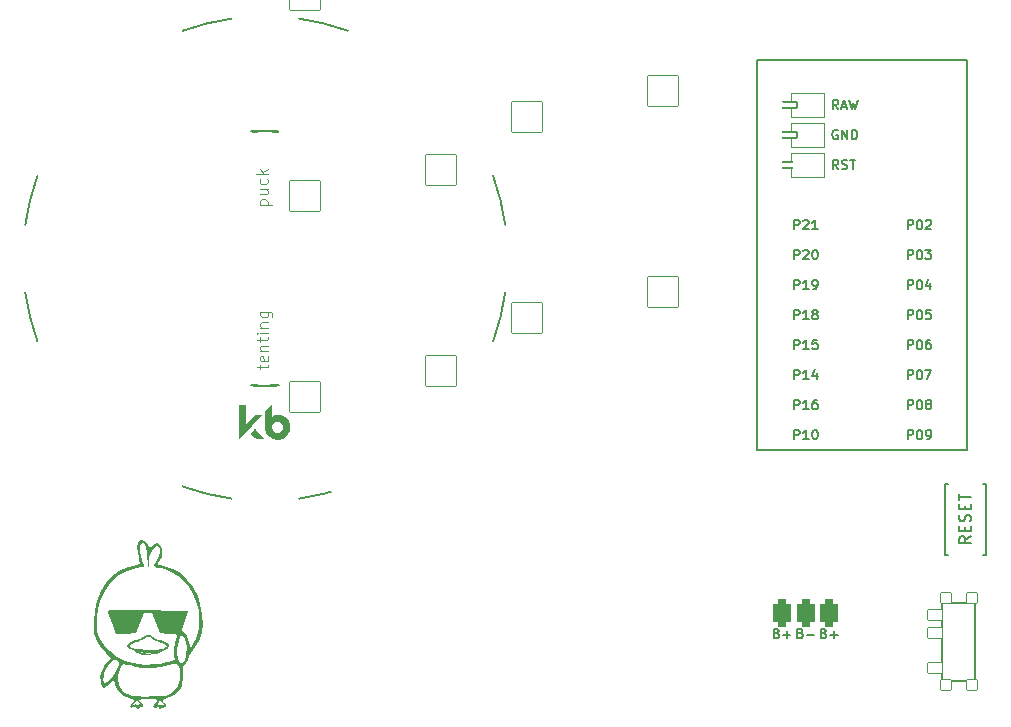
<source format=gto>
%TF.GenerationSoftware,KiCad,Pcbnew,(6.0.4)*%
%TF.CreationDate,2022-05-15T06:43:47+02:00*%
%TF.ProjectId,battoota,62617474-6f6f-4746-912e-6b696361645f,v1.0.0*%
%TF.SameCoordinates,Original*%
%TF.FileFunction,Legend,Top*%
%TF.FilePolarity,Positive*%
%FSLAX46Y46*%
G04 Gerber Fmt 4.6, Leading zero omitted, Abs format (unit mm)*
G04 Created by KiCad (PCBNEW (6.0.4)) date 2022-05-15 06:43:47*
%MOMM*%
%LPD*%
G01*
G04 APERTURE LIST*
G04 Aperture macros list*
%AMRoundRect*
0 Rectangle with rounded corners*
0 $1 Rounding radius*
0 $2 $3 $4 $5 $6 $7 $8 $9 X,Y pos of 4 corners*
0 Add a 4 corners polygon primitive as box body*
4,1,4,$2,$3,$4,$5,$6,$7,$8,$9,$2,$3,0*
0 Add four circle primitives for the rounded corners*
1,1,$1+$1,$2,$3*
1,1,$1+$1,$4,$5*
1,1,$1+$1,$6,$7*
1,1,$1+$1,$8,$9*
0 Add four rect primitives between the rounded corners*
20,1,$1+$1,$2,$3,$4,$5,0*
20,1,$1+$1,$4,$5,$6,$7,0*
20,1,$1+$1,$6,$7,$8,$9,0*
20,1,$1+$1,$8,$9,$2,$3,0*%
%AMFreePoly0*
4,1,16,0.535355,0.785355,0.550000,0.750000,0.550000,-0.750000,0.535355,-0.785355,0.500000,-0.800000,-0.650000,-0.800000,-0.685355,-0.785355,-0.700000,-0.750000,-0.691603,-0.722265,-0.210093,0.000000,-0.691603,0.722265,-0.699029,0.759806,-0.677735,0.791603,-0.650000,0.800000,0.500000,0.800000,0.535355,0.785355,0.535355,0.785355,$1*%
%AMFreePoly1*
4,1,16,0.535355,0.785355,0.541603,0.777735,1.041603,0.027735,1.049029,-0.009806,1.041603,-0.027735,0.541603,-0.777735,0.509806,-0.799029,0.500000,-0.800000,-0.500000,-0.800000,-0.535355,-0.785355,-0.550000,-0.750000,-0.550000,0.750000,-0.535355,0.785355,-0.500000,0.800000,0.500000,0.800000,0.535355,0.785355,0.535355,0.785355,$1*%
G04 Aperture macros list end*
%ADD10C,0.150000*%
%ADD11C,0.100000*%
%ADD12C,0.120000*%
%ADD13C,0.200000*%
%ADD14C,0.010000*%
%ADD15RoundRect,0.375000X-0.375000X-0.750000X0.375000X-0.750000X0.375000X0.750000X-0.375000X0.750000X0*%
%ADD16C,2.000000*%
%ADD17C,1.752600*%
%ADD18RoundRect,0.050000X-0.450000X0.450000X-0.450000X-0.450000X0.450000X-0.450000X0.450000X0.450000X0*%
%ADD19RoundRect,0.050000X-0.625000X0.450000X-0.625000X-0.450000X0.625000X-0.450000X0.625000X0.450000X0*%
%ADD20RoundRect,0.425000X-0.375000X-0.750000X0.375000X-0.750000X0.375000X0.750000X-0.375000X0.750000X0*%
%ADD21C,2.100000*%
%ADD22C,3.100000*%
%ADD23C,1.801800*%
%ADD24C,3.529000*%
%ADD25RoundRect,0.050000X-1.054507X-1.505993X1.505993X-1.054507X1.054507X1.505993X-1.505993X1.054507X0*%
%ADD26C,2.132000*%
%ADD27RoundRect,0.050000X-1.181751X-1.408356X1.408356X-1.181751X1.181751X1.408356X-1.408356X1.181751X0*%
%ADD28RoundRect,0.050000X-1.300000X-1.300000X1.300000X-1.300000X1.300000X1.300000X-1.300000X1.300000X0*%
%ADD29RoundRect,0.050000X-1.775833X-0.475833X0.475833X-1.775833X1.775833X0.475833X-0.475833X1.775833X0*%
%ADD30C,1.100000*%
%ADD31RoundRect,0.050000X-0.863113X-1.623279X1.623279X-0.863113X0.863113X1.623279X-1.623279X0.863113X0*%
%ADD32RoundRect,0.050000X-1.592168X-0.919239X0.919239X-1.592168X1.592168X0.919239X-0.919239X1.592168X0*%
%ADD33C,1.852600*%
%ADD34FreePoly0,180.000000*%
%ADD35RoundRect,0.050000X-0.762000X0.250000X-0.762000X-0.250000X0.762000X-0.250000X0.762000X0.250000X0*%
%ADD36FreePoly1,180.000000*%
%ADD37C,4.500000*%
G04 APERTURE END LIST*
D10*
%TO.C,PAD1*%
X149107300Y56420824D02*
X149221586Y56382729D01*
X149259681Y56344634D01*
X149297776Y56268443D01*
X149297776Y56154158D01*
X149259681Y56077967D01*
X149221586Y56039872D01*
X149145396Y56001777D01*
X148840634Y56001777D01*
X148840634Y56801777D01*
X149107300Y56801777D01*
X149183491Y56763682D01*
X149221586Y56725586D01*
X149259681Y56649396D01*
X149259681Y56573205D01*
X149221586Y56497015D01*
X149183491Y56458920D01*
X149107300Y56420824D01*
X148840634Y56420824D01*
X149640634Y56306539D02*
X150250157Y56306539D01*
X147107300Y56420824D02*
X147221586Y56382729D01*
X147259681Y56344634D01*
X147297776Y56268443D01*
X147297776Y56154158D01*
X147259681Y56077967D01*
X147221586Y56039872D01*
X147145396Y56001777D01*
X146840634Y56001777D01*
X146840634Y56801777D01*
X147107300Y56801777D01*
X147183491Y56763682D01*
X147221586Y56725586D01*
X147259681Y56649396D01*
X147259681Y56573205D01*
X147221586Y56497015D01*
X147183491Y56458920D01*
X147107300Y56420824D01*
X146840634Y56420824D01*
X147640634Y56306539D02*
X148250157Y56306539D01*
X147945396Y56001777D02*
X147945396Y56611301D01*
X151107300Y56420824D02*
X151221586Y56382729D01*
X151259681Y56344634D01*
X151297776Y56268443D01*
X151297776Y56154158D01*
X151259681Y56077967D01*
X151221586Y56039872D01*
X151145396Y56001777D01*
X150840634Y56001777D01*
X150840634Y56801777D01*
X151107300Y56801777D01*
X151183491Y56763682D01*
X151221586Y56725586D01*
X151259681Y56649396D01*
X151259681Y56573205D01*
X151221586Y56497015D01*
X151183491Y56458920D01*
X151107300Y56420824D01*
X150840634Y56420824D01*
X151640634Y56306539D02*
X152250157Y56306539D01*
X151945396Y56001777D02*
X151945396Y56611301D01*
%TO.C,B1*%
X163540852Y64617654D02*
X163064662Y64284320D01*
X163540852Y64046225D02*
X162540852Y64046225D01*
X162540852Y64427177D01*
X162588472Y64522415D01*
X162636091Y64570035D01*
X162731329Y64617654D01*
X162874186Y64617654D01*
X162969424Y64570035D01*
X163017043Y64522415D01*
X163064662Y64427177D01*
X163064662Y64046225D01*
X163017043Y65046225D02*
X163017043Y65379558D01*
X163540852Y65522415D02*
X163540852Y65046225D01*
X162540852Y65046225D01*
X162540852Y65522415D01*
X163493233Y65903368D02*
X163540852Y66046225D01*
X163540852Y66284320D01*
X163493233Y66379558D01*
X163445614Y66427177D01*
X163350376Y66474796D01*
X163255138Y66474796D01*
X163159900Y66427177D01*
X163112281Y66379558D01*
X163064662Y66284320D01*
X163017043Y66093844D01*
X162969424Y65998606D01*
X162921805Y65950987D01*
X162826567Y65903368D01*
X162731329Y65903368D01*
X162636091Y65950987D01*
X162588472Y65998606D01*
X162540852Y66093844D01*
X162540852Y66331939D01*
X162588472Y66474796D01*
X163017043Y66903368D02*
X163017043Y67236701D01*
X163540852Y67379558D02*
X163540852Y66903368D01*
X162540852Y66903368D01*
X162540852Y67379558D01*
X162540852Y67665273D02*
X162540852Y68236701D01*
X163540852Y67950987D02*
X162540852Y67950987D01*
%TO.C,MCU1*%
X158185784Y75380637D02*
X158185784Y76180637D01*
X158490546Y76180637D01*
X158566736Y76142542D01*
X158604832Y76104446D01*
X158642927Y76028256D01*
X158642927Y75913970D01*
X158604832Y75837780D01*
X158566736Y75799684D01*
X158490546Y75761589D01*
X158185784Y75761589D01*
X159138165Y76180637D02*
X159214355Y76180637D01*
X159290546Y76142542D01*
X159328641Y76104446D01*
X159366736Y76028256D01*
X159404832Y75875875D01*
X159404832Y75685399D01*
X159366736Y75533018D01*
X159328641Y75456827D01*
X159290546Y75418732D01*
X159214355Y75380637D01*
X159138165Y75380637D01*
X159061974Y75418732D01*
X159023879Y75456827D01*
X158985784Y75533018D01*
X158947689Y75685399D01*
X158947689Y75875875D01*
X158985784Y76028256D01*
X159023879Y76104446D01*
X159061974Y76142542D01*
X159138165Y76180637D01*
X159861974Y75837780D02*
X159785784Y75875875D01*
X159747689Y75913970D01*
X159709593Y75990161D01*
X159709593Y76028256D01*
X159747689Y76104446D01*
X159785784Y76142542D01*
X159861974Y76180637D01*
X160014355Y76180637D01*
X160090546Y76142542D01*
X160128641Y76104446D01*
X160166736Y76028256D01*
X160166736Y75990161D01*
X160128641Y75913970D01*
X160090546Y75875875D01*
X160014355Y75837780D01*
X159861974Y75837780D01*
X159785784Y75799684D01*
X159747689Y75761589D01*
X159709593Y75685399D01*
X159709593Y75533018D01*
X159747689Y75456827D01*
X159785784Y75418732D01*
X159861974Y75380637D01*
X160014355Y75380637D01*
X160090546Y75418732D01*
X160128641Y75456827D01*
X160166736Y75533018D01*
X160166736Y75685399D01*
X160128641Y75761589D01*
X160090546Y75799684D01*
X160014355Y75837780D01*
X148585784Y90620637D02*
X148585784Y91420637D01*
X148890546Y91420637D01*
X148966736Y91382542D01*
X149004832Y91344446D01*
X149042927Y91268256D01*
X149042927Y91153970D01*
X149004832Y91077780D01*
X148966736Y91039684D01*
X148890546Y91001589D01*
X148585784Y91001589D01*
X149347689Y91344446D02*
X149385784Y91382542D01*
X149461974Y91420637D01*
X149652451Y91420637D01*
X149728641Y91382542D01*
X149766736Y91344446D01*
X149804832Y91268256D01*
X149804832Y91192065D01*
X149766736Y91077780D01*
X149309593Y90620637D01*
X149804832Y90620637D01*
X150566736Y90620637D02*
X150109593Y90620637D01*
X150338165Y90620637D02*
X150338165Y91420637D01*
X150261974Y91306351D01*
X150185784Y91230161D01*
X150109593Y91192065D01*
X148585784Y77920637D02*
X148585784Y78720637D01*
X148890546Y78720637D01*
X148966736Y78682542D01*
X149004832Y78644446D01*
X149042927Y78568256D01*
X149042927Y78453970D01*
X149004832Y78377780D01*
X148966736Y78339684D01*
X148890546Y78301589D01*
X148585784Y78301589D01*
X149804832Y77920637D02*
X149347689Y77920637D01*
X149576260Y77920637D02*
X149576260Y78720637D01*
X149500070Y78606351D01*
X149423879Y78530161D01*
X149347689Y78492065D01*
X150490546Y78453970D02*
X150490546Y77920637D01*
X150300070Y78758732D02*
X150109593Y78187303D01*
X150604832Y78187303D01*
X148585784Y88080637D02*
X148585784Y88880637D01*
X148890546Y88880637D01*
X148966736Y88842542D01*
X149004832Y88804446D01*
X149042927Y88728256D01*
X149042927Y88613970D01*
X149004832Y88537780D01*
X148966736Y88499684D01*
X148890546Y88461589D01*
X148585784Y88461589D01*
X149347689Y88804446D02*
X149385784Y88842542D01*
X149461974Y88880637D01*
X149652451Y88880637D01*
X149728641Y88842542D01*
X149766736Y88804446D01*
X149804832Y88728256D01*
X149804832Y88652065D01*
X149766736Y88537780D01*
X149309593Y88080637D01*
X149804832Y88080637D01*
X150300070Y88880637D02*
X150376260Y88880637D01*
X150452451Y88842542D01*
X150490546Y88804446D01*
X150528641Y88728256D01*
X150566736Y88575875D01*
X150566736Y88385399D01*
X150528641Y88233018D01*
X150490546Y88156827D01*
X150452451Y88118732D01*
X150376260Y88080637D01*
X150300070Y88080637D01*
X150223879Y88118732D01*
X150185784Y88156827D01*
X150147689Y88233018D01*
X150109593Y88385399D01*
X150109593Y88575875D01*
X150147689Y88728256D01*
X150185784Y88804446D01*
X150223879Y88842542D01*
X150300070Y88880637D01*
X152305594Y95700637D02*
X152038928Y96081589D01*
X151848451Y95700637D02*
X151848451Y96500637D01*
X152153213Y96500637D01*
X152229404Y96462542D01*
X152267499Y96424446D01*
X152305594Y96348256D01*
X152305594Y96233970D01*
X152267499Y96157780D01*
X152229404Y96119684D01*
X152153213Y96081589D01*
X151848451Y96081589D01*
X152610356Y95738732D02*
X152724642Y95700637D01*
X152915118Y95700637D01*
X152991309Y95738732D01*
X153029404Y95776827D01*
X153067499Y95853018D01*
X153067499Y95929208D01*
X153029404Y96005399D01*
X152991309Y96043494D01*
X152915118Y96081589D01*
X152762737Y96119684D01*
X152686547Y96157780D01*
X152648451Y96195875D01*
X152610356Y96272065D01*
X152610356Y96348256D01*
X152648451Y96424446D01*
X152686547Y96462542D01*
X152762737Y96500637D01*
X152953213Y96500637D01*
X153067499Y96462542D01*
X153296070Y96500637D02*
X153753213Y96500637D01*
X153524642Y95700637D02*
X153524642Y96500637D01*
X158185784Y72840637D02*
X158185784Y73640637D01*
X158490546Y73640637D01*
X158566736Y73602542D01*
X158604832Y73564446D01*
X158642927Y73488256D01*
X158642927Y73373970D01*
X158604832Y73297780D01*
X158566736Y73259684D01*
X158490546Y73221589D01*
X158185784Y73221589D01*
X159138165Y73640637D02*
X159214355Y73640637D01*
X159290546Y73602542D01*
X159328641Y73564446D01*
X159366736Y73488256D01*
X159404832Y73335875D01*
X159404832Y73145399D01*
X159366736Y72993018D01*
X159328641Y72916827D01*
X159290546Y72878732D01*
X159214355Y72840637D01*
X159138165Y72840637D01*
X159061974Y72878732D01*
X159023879Y72916827D01*
X158985784Y72993018D01*
X158947689Y73145399D01*
X158947689Y73335875D01*
X158985784Y73488256D01*
X159023879Y73564446D01*
X159061974Y73602542D01*
X159138165Y73640637D01*
X159785784Y72840637D02*
X159938165Y72840637D01*
X160014355Y72878732D01*
X160052451Y72916827D01*
X160128641Y73031113D01*
X160166736Y73183494D01*
X160166736Y73488256D01*
X160128641Y73564446D01*
X160090546Y73602542D01*
X160014355Y73640637D01*
X159861974Y73640637D01*
X159785784Y73602542D01*
X159747689Y73564446D01*
X159709593Y73488256D01*
X159709593Y73297780D01*
X159747689Y73221589D01*
X159785784Y73183494D01*
X159861974Y73145399D01*
X160014355Y73145399D01*
X160090546Y73183494D01*
X160128641Y73221589D01*
X160166736Y73297780D01*
X148585784Y75380637D02*
X148585784Y76180637D01*
X148890546Y76180637D01*
X148966736Y76142542D01*
X149004832Y76104446D01*
X149042927Y76028256D01*
X149042927Y75913970D01*
X149004832Y75837780D01*
X148966736Y75799684D01*
X148890546Y75761589D01*
X148585784Y75761589D01*
X149804832Y75380637D02*
X149347689Y75380637D01*
X149576260Y75380637D02*
X149576260Y76180637D01*
X149500070Y76066351D01*
X149423879Y75990161D01*
X149347689Y75952065D01*
X150490546Y76180637D02*
X150338165Y76180637D01*
X150261974Y76142542D01*
X150223879Y76104446D01*
X150147689Y75990161D01*
X150109593Y75837780D01*
X150109593Y75533018D01*
X150147689Y75456827D01*
X150185784Y75418732D01*
X150261974Y75380637D01*
X150414355Y75380637D01*
X150490546Y75418732D01*
X150528641Y75456827D01*
X150566736Y75533018D01*
X150566736Y75723494D01*
X150528641Y75799684D01*
X150490546Y75837780D01*
X150414355Y75875875D01*
X150261974Y75875875D01*
X150185784Y75837780D01*
X150147689Y75799684D01*
X150109593Y75723494D01*
X152305595Y100780637D02*
X152038928Y101161589D01*
X151848452Y100780637D02*
X151848452Y101580637D01*
X152153214Y101580637D01*
X152229404Y101542542D01*
X152267499Y101504446D01*
X152305595Y101428256D01*
X152305595Y101313970D01*
X152267499Y101237780D01*
X152229404Y101199684D01*
X152153214Y101161589D01*
X151848452Y101161589D01*
X152610356Y101009208D02*
X152991309Y101009208D01*
X152534166Y100780637D02*
X152800833Y101580637D01*
X153067499Y100780637D01*
X153257976Y101580637D02*
X153448452Y100780637D01*
X153600833Y101352065D01*
X153753214Y100780637D01*
X153943690Y101580637D01*
X158185784Y90620637D02*
X158185784Y91420637D01*
X158490546Y91420637D01*
X158566736Y91382542D01*
X158604832Y91344446D01*
X158642927Y91268256D01*
X158642927Y91153970D01*
X158604832Y91077780D01*
X158566736Y91039684D01*
X158490546Y91001589D01*
X158185784Y91001589D01*
X159138165Y91420637D02*
X159214355Y91420637D01*
X159290546Y91382542D01*
X159328641Y91344446D01*
X159366736Y91268256D01*
X159404832Y91115875D01*
X159404832Y90925399D01*
X159366736Y90773018D01*
X159328641Y90696827D01*
X159290546Y90658732D01*
X159214355Y90620637D01*
X159138165Y90620637D01*
X159061974Y90658732D01*
X159023879Y90696827D01*
X158985784Y90773018D01*
X158947689Y90925399D01*
X158947689Y91115875D01*
X158985784Y91268256D01*
X159023879Y91344446D01*
X159061974Y91382542D01*
X159138165Y91420637D01*
X159709593Y91344446D02*
X159747689Y91382542D01*
X159823879Y91420637D01*
X160014355Y91420637D01*
X160090546Y91382542D01*
X160128641Y91344446D01*
X160166736Y91268256D01*
X160166736Y91192065D01*
X160128641Y91077780D01*
X159671498Y90620637D01*
X160166736Y90620637D01*
X148585784Y83000637D02*
X148585784Y83800637D01*
X148890546Y83800637D01*
X148966736Y83762542D01*
X149004832Y83724446D01*
X149042927Y83648256D01*
X149042927Y83533970D01*
X149004832Y83457780D01*
X148966736Y83419684D01*
X148890546Y83381589D01*
X148585784Y83381589D01*
X149804832Y83000637D02*
X149347689Y83000637D01*
X149576260Y83000637D02*
X149576260Y83800637D01*
X149500070Y83686351D01*
X149423879Y83610161D01*
X149347689Y83572065D01*
X150261974Y83457780D02*
X150185784Y83495875D01*
X150147689Y83533970D01*
X150109593Y83610161D01*
X150109593Y83648256D01*
X150147689Y83724446D01*
X150185784Y83762542D01*
X150261974Y83800637D01*
X150414355Y83800637D01*
X150490546Y83762542D01*
X150528641Y83724446D01*
X150566736Y83648256D01*
X150566736Y83610161D01*
X150528641Y83533970D01*
X150490546Y83495875D01*
X150414355Y83457780D01*
X150261974Y83457780D01*
X150185784Y83419684D01*
X150147689Y83381589D01*
X150109593Y83305399D01*
X150109593Y83153018D01*
X150147689Y83076827D01*
X150185784Y83038732D01*
X150261974Y83000637D01*
X150414355Y83000637D01*
X150490546Y83038732D01*
X150528641Y83076827D01*
X150566736Y83153018D01*
X150566736Y83305399D01*
X150528641Y83381589D01*
X150490546Y83419684D01*
X150414355Y83457780D01*
X148585784Y72840637D02*
X148585784Y73640637D01*
X148890546Y73640637D01*
X148966736Y73602542D01*
X149004832Y73564446D01*
X149042927Y73488256D01*
X149042927Y73373970D01*
X149004832Y73297780D01*
X148966736Y73259684D01*
X148890546Y73221589D01*
X148585784Y73221589D01*
X149804832Y72840637D02*
X149347689Y72840637D01*
X149576260Y72840637D02*
X149576260Y73640637D01*
X149500070Y73526351D01*
X149423879Y73450161D01*
X149347689Y73412065D01*
X150300070Y73640637D02*
X150376260Y73640637D01*
X150452451Y73602542D01*
X150490546Y73564446D01*
X150528641Y73488256D01*
X150566736Y73335875D01*
X150566736Y73145399D01*
X150528641Y72993018D01*
X150490546Y72916827D01*
X150452451Y72878732D01*
X150376260Y72840637D01*
X150300070Y72840637D01*
X150223879Y72878732D01*
X150185784Y72916827D01*
X150147689Y72993018D01*
X150109593Y73145399D01*
X150109593Y73335875D01*
X150147689Y73488256D01*
X150185784Y73564446D01*
X150223879Y73602542D01*
X150300070Y73640637D01*
X158185784Y88080637D02*
X158185784Y88880637D01*
X158490546Y88880637D01*
X158566736Y88842542D01*
X158604832Y88804446D01*
X158642927Y88728256D01*
X158642927Y88613970D01*
X158604832Y88537780D01*
X158566736Y88499684D01*
X158490546Y88461589D01*
X158185784Y88461589D01*
X159138165Y88880637D02*
X159214355Y88880637D01*
X159290546Y88842542D01*
X159328641Y88804446D01*
X159366736Y88728256D01*
X159404832Y88575875D01*
X159404832Y88385399D01*
X159366736Y88233018D01*
X159328641Y88156827D01*
X159290546Y88118732D01*
X159214355Y88080637D01*
X159138165Y88080637D01*
X159061974Y88118732D01*
X159023879Y88156827D01*
X158985784Y88233018D01*
X158947689Y88385399D01*
X158947689Y88575875D01*
X158985784Y88728256D01*
X159023879Y88804446D01*
X159061974Y88842542D01*
X159138165Y88880637D01*
X159671498Y88880637D02*
X160166736Y88880637D01*
X159900070Y88575875D01*
X160014355Y88575875D01*
X160090546Y88537780D01*
X160128641Y88499684D01*
X160166736Y88423494D01*
X160166736Y88233018D01*
X160128641Y88156827D01*
X160090546Y88118732D01*
X160014355Y88080637D01*
X159785784Y88080637D01*
X159709593Y88118732D01*
X159671498Y88156827D01*
X158185784Y77920637D02*
X158185784Y78720637D01*
X158490546Y78720637D01*
X158566736Y78682542D01*
X158604832Y78644446D01*
X158642927Y78568256D01*
X158642927Y78453970D01*
X158604832Y78377780D01*
X158566736Y78339684D01*
X158490546Y78301589D01*
X158185784Y78301589D01*
X159138165Y78720637D02*
X159214355Y78720637D01*
X159290546Y78682542D01*
X159328641Y78644446D01*
X159366736Y78568256D01*
X159404832Y78415875D01*
X159404832Y78225399D01*
X159366736Y78073018D01*
X159328641Y77996827D01*
X159290546Y77958732D01*
X159214355Y77920637D01*
X159138165Y77920637D01*
X159061974Y77958732D01*
X159023879Y77996827D01*
X158985784Y78073018D01*
X158947689Y78225399D01*
X158947689Y78415875D01*
X158985784Y78568256D01*
X159023879Y78644446D01*
X159061974Y78682542D01*
X159138165Y78720637D01*
X159671498Y78720637D02*
X160204832Y78720637D01*
X159861974Y77920637D01*
X148585784Y85540637D02*
X148585784Y86340637D01*
X148890546Y86340637D01*
X148966736Y86302542D01*
X149004832Y86264446D01*
X149042927Y86188256D01*
X149042927Y86073970D01*
X149004832Y85997780D01*
X148966736Y85959684D01*
X148890546Y85921589D01*
X148585784Y85921589D01*
X149804832Y85540637D02*
X149347689Y85540637D01*
X149576260Y85540637D02*
X149576260Y86340637D01*
X149500070Y86226351D01*
X149423879Y86150161D01*
X149347689Y86112065D01*
X150185784Y85540637D02*
X150338165Y85540637D01*
X150414355Y85578732D01*
X150452451Y85616827D01*
X150528641Y85731113D01*
X150566736Y85883494D01*
X150566736Y86188256D01*
X150528641Y86264446D01*
X150490546Y86302542D01*
X150414355Y86340637D01*
X150261974Y86340637D01*
X150185784Y86302542D01*
X150147689Y86264446D01*
X150109593Y86188256D01*
X150109593Y85997780D01*
X150147689Y85921589D01*
X150185784Y85883494D01*
X150261974Y85845399D01*
X150414355Y85845399D01*
X150490546Y85883494D01*
X150528641Y85921589D01*
X150566736Y85997780D01*
X152248452Y99002542D02*
X152172261Y99040637D01*
X152057976Y99040637D01*
X151943690Y99002542D01*
X151867499Y98926351D01*
X151829404Y98850161D01*
X151791309Y98697780D01*
X151791309Y98583494D01*
X151829404Y98431113D01*
X151867499Y98354922D01*
X151943690Y98278732D01*
X152057976Y98240637D01*
X152134166Y98240637D01*
X152248452Y98278732D01*
X152286547Y98316827D01*
X152286547Y98583494D01*
X152134166Y98583494D01*
X152629404Y98240637D02*
X152629404Y99040637D01*
X153086547Y98240637D01*
X153086547Y99040637D01*
X153467499Y98240637D02*
X153467499Y99040637D01*
X153657976Y99040637D01*
X153772261Y99002542D01*
X153848452Y98926351D01*
X153886547Y98850161D01*
X153924642Y98697780D01*
X153924642Y98583494D01*
X153886547Y98431113D01*
X153848452Y98354922D01*
X153772261Y98278732D01*
X153657976Y98240637D01*
X153467499Y98240637D01*
X158185784Y85540637D02*
X158185784Y86340637D01*
X158490546Y86340637D01*
X158566736Y86302542D01*
X158604832Y86264446D01*
X158642927Y86188256D01*
X158642927Y86073970D01*
X158604832Y85997780D01*
X158566736Y85959684D01*
X158490546Y85921589D01*
X158185784Y85921589D01*
X159138165Y86340637D02*
X159214355Y86340637D01*
X159290546Y86302542D01*
X159328641Y86264446D01*
X159366736Y86188256D01*
X159404832Y86035875D01*
X159404832Y85845399D01*
X159366736Y85693018D01*
X159328641Y85616827D01*
X159290546Y85578732D01*
X159214355Y85540637D01*
X159138165Y85540637D01*
X159061974Y85578732D01*
X159023879Y85616827D01*
X158985784Y85693018D01*
X158947689Y85845399D01*
X158947689Y86035875D01*
X158985784Y86188256D01*
X159023879Y86264446D01*
X159061974Y86302542D01*
X159138165Y86340637D01*
X160090546Y86073970D02*
X160090546Y85540637D01*
X159900070Y86378732D02*
X159709593Y85807303D01*
X160204832Y85807303D01*
X158185784Y83000637D02*
X158185784Y83800637D01*
X158490546Y83800637D01*
X158566736Y83762542D01*
X158604832Y83724446D01*
X158642927Y83648256D01*
X158642927Y83533970D01*
X158604832Y83457780D01*
X158566736Y83419684D01*
X158490546Y83381589D01*
X158185784Y83381589D01*
X159138165Y83800637D02*
X159214355Y83800637D01*
X159290546Y83762542D01*
X159328641Y83724446D01*
X159366736Y83648256D01*
X159404832Y83495875D01*
X159404832Y83305399D01*
X159366736Y83153018D01*
X159328641Y83076827D01*
X159290546Y83038732D01*
X159214355Y83000637D01*
X159138165Y83000637D01*
X159061974Y83038732D01*
X159023879Y83076827D01*
X158985784Y83153018D01*
X158947689Y83305399D01*
X158947689Y83495875D01*
X158985784Y83648256D01*
X159023879Y83724446D01*
X159061974Y83762542D01*
X159138165Y83800637D01*
X160128641Y83800637D02*
X159747689Y83800637D01*
X159709593Y83419684D01*
X159747689Y83457780D01*
X159823879Y83495875D01*
X160014355Y83495875D01*
X160090546Y83457780D01*
X160128641Y83419684D01*
X160166736Y83343494D01*
X160166736Y83153018D01*
X160128641Y83076827D01*
X160090546Y83038732D01*
X160014355Y83000637D01*
X159823879Y83000637D01*
X159747689Y83038732D01*
X159709593Y83076827D01*
X148585784Y80460637D02*
X148585784Y81260637D01*
X148890546Y81260637D01*
X148966736Y81222542D01*
X149004832Y81184446D01*
X149042927Y81108256D01*
X149042927Y80993970D01*
X149004832Y80917780D01*
X148966736Y80879684D01*
X148890546Y80841589D01*
X148585784Y80841589D01*
X149804832Y80460637D02*
X149347689Y80460637D01*
X149576260Y80460637D02*
X149576260Y81260637D01*
X149500070Y81146351D01*
X149423879Y81070161D01*
X149347689Y81032065D01*
X150528641Y81260637D02*
X150147689Y81260637D01*
X150109593Y80879684D01*
X150147689Y80917780D01*
X150223879Y80955875D01*
X150414355Y80955875D01*
X150490546Y80917780D01*
X150528641Y80879684D01*
X150566736Y80803494D01*
X150566736Y80613018D01*
X150528641Y80536827D01*
X150490546Y80498732D01*
X150414355Y80460637D01*
X150223879Y80460637D01*
X150147689Y80498732D01*
X150109593Y80536827D01*
X158185784Y80460637D02*
X158185784Y81260637D01*
X158490546Y81260637D01*
X158566736Y81222542D01*
X158604832Y81184446D01*
X158642927Y81108256D01*
X158642927Y80993970D01*
X158604832Y80917780D01*
X158566736Y80879684D01*
X158490546Y80841589D01*
X158185784Y80841589D01*
X159138165Y81260637D02*
X159214355Y81260637D01*
X159290546Y81222542D01*
X159328641Y81184446D01*
X159366736Y81108256D01*
X159404832Y80955875D01*
X159404832Y80765399D01*
X159366736Y80613018D01*
X159328641Y80536827D01*
X159290546Y80498732D01*
X159214355Y80460637D01*
X159138165Y80460637D01*
X159061974Y80498732D01*
X159023879Y80536827D01*
X158985784Y80613018D01*
X158947689Y80765399D01*
X158947689Y80955875D01*
X158985784Y81108256D01*
X159023879Y81184446D01*
X159061974Y81222542D01*
X159138165Y81260637D01*
X160090546Y81260637D02*
X159938165Y81260637D01*
X159861974Y81222542D01*
X159823879Y81184446D01*
X159747689Y81070161D01*
X159709593Y80917780D01*
X159709593Y80613018D01*
X159747689Y80536827D01*
X159785784Y80498732D01*
X159861974Y80460637D01*
X160014355Y80460637D01*
X160090546Y80498732D01*
X160128641Y80536827D01*
X160166736Y80613018D01*
X160166736Y80803494D01*
X160128641Y80879684D01*
X160090546Y80917780D01*
X160014355Y80955875D01*
X159861974Y80955875D01*
X159785784Y80917780D01*
X159747689Y80879684D01*
X159709593Y80803494D01*
D11*
%TO.C,REF\u002A\u002A*%
X103392434Y78783427D02*
X103392434Y79164379D01*
X103059100Y78926284D02*
X103916243Y78926284D01*
X104011481Y78973903D01*
X104059100Y79069141D01*
X104059100Y79164379D01*
X104011481Y79878665D02*
X104059100Y79783427D01*
X104059100Y79592950D01*
X104011481Y79497712D01*
X103916243Y79450093D01*
X103535291Y79450093D01*
X103440053Y79497712D01*
X103392434Y79592950D01*
X103392434Y79783427D01*
X103440053Y79878665D01*
X103535291Y79926284D01*
X103630529Y79926284D01*
X103725767Y79450093D01*
X103392434Y80354855D02*
X104059100Y80354855D01*
X103487672Y80354855D02*
X103440053Y80402474D01*
X103392434Y80497712D01*
X103392434Y80640569D01*
X103440053Y80735807D01*
X103535291Y80783427D01*
X104059100Y80783427D01*
X103392434Y81116760D02*
X103392434Y81497712D01*
X103059100Y81259617D02*
X103916243Y81259617D01*
X104011481Y81307236D01*
X104059100Y81402474D01*
X104059100Y81497712D01*
X104059100Y81831046D02*
X103392434Y81831046D01*
X103059100Y81831046D02*
X103106720Y81783427D01*
X103154339Y81831046D01*
X103106720Y81878665D01*
X103059100Y81831046D01*
X103154339Y81831046D01*
X103392434Y82307236D02*
X104059100Y82307236D01*
X103487672Y82307236D02*
X103440053Y82354855D01*
X103392434Y82450093D01*
X103392434Y82592950D01*
X103440053Y82688188D01*
X103535291Y82735807D01*
X104059100Y82735807D01*
X103392434Y83640569D02*
X104201958Y83640569D01*
X104297196Y83592950D01*
X104344815Y83545331D01*
X104392434Y83450093D01*
X104392434Y83307236D01*
X104344815Y83211998D01*
X104011481Y83640569D02*
X104059100Y83545331D01*
X104059100Y83354855D01*
X104011481Y83259617D01*
X103963862Y83211998D01*
X103868624Y83164379D01*
X103582910Y83164379D01*
X103487672Y83211998D01*
X103440053Y83259617D01*
X103392434Y83354855D01*
X103392434Y83545331D01*
X103440053Y83640569D01*
X103328934Y92673927D02*
X104328934Y92673927D01*
X103376553Y92673927D02*
X103328934Y92769165D01*
X103328934Y92959641D01*
X103376553Y93054879D01*
X103424172Y93102498D01*
X103519410Y93150117D01*
X103805124Y93150117D01*
X103900362Y93102498D01*
X103947981Y93054879D01*
X103995600Y92959641D01*
X103995600Y92769165D01*
X103947981Y92673927D01*
X103328934Y94007260D02*
X103995600Y94007260D01*
X103328934Y93578688D02*
X103852743Y93578688D01*
X103947981Y93626307D01*
X103995600Y93721546D01*
X103995600Y93864403D01*
X103947981Y93959641D01*
X103900362Y94007260D01*
X103947981Y94912022D02*
X103995600Y94816784D01*
X103995600Y94626307D01*
X103947981Y94531069D01*
X103900362Y94483450D01*
X103805124Y94435831D01*
X103519410Y94435831D01*
X103424172Y94483450D01*
X103376553Y94531069D01*
X103328934Y94626307D01*
X103328934Y94816784D01*
X103376553Y94912022D01*
X103995600Y95340593D02*
X102995600Y95340593D01*
X103614648Y95435831D02*
X103995600Y95721546D01*
X103328934Y95721546D02*
X103709886Y95340593D01*
D10*
%TO.C,T1*%
X163910225Y59008029D02*
X161060225Y59008029D01*
X163910225Y53758029D02*
X163910225Y57658029D01*
X161060225Y59008029D02*
X161060225Y52408029D01*
X163910225Y55708029D02*
X163910225Y52408029D01*
X161060225Y52408029D02*
X163910225Y52408029D01*
X163910225Y55708029D02*
X163910225Y59008029D01*
%TO.C,B1*%
X161338472Y63070035D02*
X161338472Y69070035D01*
X164838472Y63070035D02*
X164838472Y69070035D01*
X161338472Y69070035D02*
X161588472Y69070035D01*
X164838472Y63070035D02*
X164588472Y63070035D01*
X164838472Y69070035D02*
X164588472Y69070035D01*
X161338472Y63070035D02*
X161588472Y63070035D01*
%TO.C,G\u002A\u002A\u002A*%
G36*
X92883978Y54811439D02*
G01*
X92740255Y54880814D01*
X92407058Y55056231D01*
X92211599Y55193916D01*
X92131416Y55310999D01*
X92130646Y55316839D01*
X92306885Y55316839D01*
X92323310Y55295956D01*
X92503738Y55201096D01*
X92814003Y55123189D01*
X93215242Y55064583D01*
X93668589Y55027628D01*
X94135180Y55014670D01*
X94576151Y55028060D01*
X94952637Y55070144D01*
X95174422Y55123679D01*
X95401772Y55233273D01*
X95460472Y55348492D01*
X95351061Y55468035D01*
X95074080Y55590598D01*
X94966078Y55625429D01*
X94664565Y55735323D01*
X94407590Y55860367D01*
X94283288Y55946404D01*
X94021677Y56093383D01*
X93736622Y56076183D01*
X93509613Y55948664D01*
X93306784Y55830100D01*
X93019752Y55709005D01*
X92844401Y55651219D01*
X92514387Y55534275D01*
X92332107Y55420696D01*
X92306885Y55316839D01*
X92130646Y55316839D01*
X92126422Y55348860D01*
X92205522Y55535943D01*
X92420663Y55696920D01*
X92738600Y55809825D01*
X92858300Y55832470D01*
X93154436Y55920791D01*
X93435028Y56068739D01*
X93454272Y56082600D01*
X93752550Y56247693D01*
X94019947Y56257391D01*
X94293936Y56111220D01*
X94343195Y56071400D01*
X94555160Y55931295D01*
X94751676Y55860051D01*
X94778751Y55857874D01*
X94966352Y55822347D01*
X95222502Y55735067D01*
X95328663Y55689960D01*
X95559074Y55566867D01*
X95659234Y55452976D01*
X95667330Y55340633D01*
X95591473Y55163612D01*
X95513088Y55091950D01*
X95111759Y54891462D01*
X94805697Y54759395D01*
X94543443Y54679643D01*
X94273536Y54636100D01*
X93989088Y54614958D01*
X93653008Y54603783D01*
X93402897Y54622991D01*
X93169604Y54687303D01*
X93109985Y54713214D01*
X93673799Y54713214D01*
X93780173Y54699930D01*
X93904422Y54697460D01*
X94087543Y54704065D01*
X94137812Y54720951D01*
X94094922Y54734152D01*
X93848204Y54748159D01*
X93713922Y54734152D01*
X93673799Y54713214D01*
X93109985Y54713214D01*
X92957906Y54779309D01*
X93263810Y54779309D01*
X93347033Y54765751D01*
X93456847Y54781317D01*
X93458158Y54810219D01*
X93344841Y54830431D01*
X93295880Y54816903D01*
X93263810Y54779309D01*
X92957906Y54779309D01*
X92883978Y54811439D01*
G37*
G36*
X94497088Y50503045D02*
G01*
X94643295Y50652401D01*
X94666692Y50756195D01*
X94555768Y50821445D01*
X94299012Y50855169D01*
X93904422Y50864400D01*
X93568863Y50857043D01*
X93308698Y50837338D01*
X93161697Y50808830D01*
X93142422Y50792855D01*
X93199034Y50688346D01*
X93311755Y50568066D01*
X93447142Y50400898D01*
X93476988Y50265739D01*
X93400694Y50201812D01*
X93317223Y50210169D01*
X93160615Y50195335D01*
X93108213Y50135377D01*
X93006711Y50026556D01*
X92885968Y50061683D01*
X92834968Y50143183D01*
X92754841Y50223695D01*
X92631524Y50185516D01*
X92462694Y50111812D01*
X92392654Y50148018D01*
X92380422Y50271016D01*
X92421728Y50379808D01*
X92582791Y50379808D01*
X92677340Y50385158D01*
X92749034Y50430786D01*
X92849174Y50473905D01*
X92916959Y50373574D01*
X92929388Y50337018D01*
X92980358Y50214712D01*
X93017398Y50247358D01*
X93029700Y50288207D01*
X93124266Y50392124D01*
X93211226Y50386159D01*
X93282980Y50379386D01*
X93221385Y50454321D01*
X93173785Y50496685D01*
X93022640Y50657352D01*
X92947636Y50779733D01*
X92909598Y50852446D01*
X92895106Y50761545D01*
X92821498Y50610467D01*
X92711837Y50521852D01*
X92594181Y50433079D01*
X92582791Y50379808D01*
X92421728Y50379808D01*
X92447013Y50446405D01*
X92549755Y50545382D01*
X92693986Y50671444D01*
X92682018Y50778173D01*
X92509132Y50871978D01*
X92258894Y50940441D01*
X91805541Y51124714D01*
X91433524Y51442555D01*
X91170096Y51867066D01*
X91092709Y52091419D01*
X90991439Y52470057D01*
X90775764Y52332967D01*
X90561682Y52165937D01*
X90369908Y51974638D01*
X90179727Y51753400D01*
X90000313Y51965066D01*
X89869742Y52239974D01*
X89848473Y52501801D01*
X90095204Y52501801D01*
X90102772Y52276291D01*
X90139765Y52147704D01*
X90163941Y52134400D01*
X90256374Y52188909D01*
X90430173Y52331426D01*
X90603135Y52489954D01*
X91293284Y52489954D01*
X91375226Y52110208D01*
X91476501Y51873648D01*
X91654061Y51601911D01*
X91877885Y51393116D01*
X92168936Y51241165D01*
X92548174Y51139962D01*
X93036561Y51083409D01*
X93655058Y51065408D01*
X94226220Y51073792D01*
X94708800Y51090617D01*
X95060360Y51114249D01*
X95319209Y51150426D01*
X95523658Y51204883D01*
X95712015Y51283357D01*
X95750220Y51301989D01*
X96123921Y51577407D01*
X96396496Y51966219D01*
X96555900Y52437813D01*
X96590089Y52961576D01*
X96540529Y53310769D01*
X96455508Y53618649D01*
X96347306Y53796201D01*
X96181045Y53859979D01*
X95921846Y53826536D01*
X95630184Y53742813D01*
X94953530Y53587774D01*
X94197082Y53510253D01*
X93433171Y53513392D01*
X92734127Y53600336D01*
X92668971Y53614115D01*
X92335075Y53693216D01*
X92053420Y53769503D01*
X91875159Y53828891D01*
X91854808Y53838335D01*
X91752825Y53860391D01*
X91681082Y53771888D01*
X91623707Y53593361D01*
X91533656Y53336287D01*
X91426116Y53126554D01*
X91411179Y53105450D01*
X91304319Y52839623D01*
X91293284Y52489954D01*
X90603135Y52489954D01*
X90635426Y52519550D01*
X90866152Y52778902D01*
X91090809Y53095367D01*
X91281265Y53421544D01*
X91409387Y53710034D01*
X91448261Y53889059D01*
X91380701Y53995723D01*
X91215710Y54113267D01*
X91203142Y54119902D01*
X91054781Y54186990D01*
X90944970Y54184016D01*
X90822020Y54091411D01*
X90654733Y53912295D01*
X90448858Y53651510D01*
X90275909Y53376808D01*
X90223346Y53268946D01*
X90158061Y53047223D01*
X90114491Y52775143D01*
X90095204Y52501801D01*
X89848473Y52501801D01*
X89840202Y52603612D01*
X89902370Y53016274D01*
X90046922Y53438258D01*
X90264536Y53829856D01*
X90504870Y54113825D01*
X90761494Y54357583D01*
X90302999Y54776621D01*
X89826443Y55321596D01*
X89567296Y55759042D01*
X89447141Y56012240D01*
X89368080Y56220018D01*
X89321752Y56429518D01*
X89299794Y56687883D01*
X89293841Y57042258D01*
X89294371Y57297579D01*
X89297495Y57341400D01*
X89553696Y57341400D01*
X89557400Y56928222D01*
X89578822Y56628157D01*
X89627684Y56385171D01*
X89713705Y56143232D01*
X89792844Y55962855D01*
X90136304Y55401988D01*
X90621028Y54892268D01*
X91222119Y54452211D01*
X91914683Y54100333D01*
X92603812Y53872265D01*
X93082786Y53794861D01*
X93663314Y53766986D01*
X94285788Y53786196D01*
X94890603Y53850046D01*
X95418152Y53956093D01*
X95543239Y53992802D01*
X96123723Y54178753D01*
X96070295Y54617077D01*
X96079465Y55080285D01*
X96325881Y55080285D01*
X96327710Y54677744D01*
X96375168Y54316992D01*
X96467775Y54056944D01*
X96475134Y54045253D01*
X96628143Y53811733D01*
X96826284Y53997877D01*
X96966130Y54193782D01*
X97086957Y54469968D01*
X97121864Y54590190D01*
X97176721Y55146150D01*
X97084261Y55689335D01*
X96907681Y56083336D01*
X96784247Y56274447D01*
X96713207Y56333717D01*
X96666647Y56278387D01*
X96652846Y56240733D01*
X96579443Y56050036D01*
X96475242Y55806585D01*
X96461032Y55775066D01*
X96370162Y55465698D01*
X96325881Y55080285D01*
X96079465Y55080285D01*
X96082096Y55213210D01*
X96150582Y55521066D01*
X96262396Y55901980D01*
X96322245Y56147438D01*
X96311960Y56287910D01*
X96213374Y56353867D01*
X96008320Y56375778D01*
X95678630Y56384113D01*
X95635186Y56385469D01*
X94892188Y56410066D01*
X94545362Y57256733D01*
X94198535Y58103400D01*
X93537991Y58103400D01*
X92844243Y56410066D01*
X91992187Y56386102D01*
X91140130Y56362137D01*
X90785489Y57302541D01*
X90651479Y57677144D01*
X90550559Y57997120D01*
X90492705Y58227962D01*
X90487272Y58334241D01*
X90565612Y58358671D01*
X90770969Y58376347D01*
X91110443Y58387339D01*
X91591135Y58391713D01*
X92220147Y58389538D01*
X93004578Y58380882D01*
X93892620Y58366851D01*
X94628610Y58353119D01*
X95310377Y58338793D01*
X95919653Y58324376D01*
X96438166Y58310372D01*
X96847646Y58297287D01*
X97129824Y58285624D01*
X97266428Y58275889D01*
X97276286Y58273424D01*
X97264632Y58184166D01*
X97205275Y57971704D01*
X97108818Y57671815D01*
X97032008Y57449106D01*
X96752989Y56659530D01*
X96977731Y56434787D01*
X97139512Y56205119D01*
X97287131Y55877216D01*
X97345176Y55696772D01*
X97487878Y55183498D01*
X97700397Y55496248D01*
X97963013Y55953635D01*
X98127499Y56429344D01*
X98208157Y56975786D01*
X98222422Y57409186D01*
X98153236Y58317446D01*
X97951835Y59154138D01*
X97627455Y59906649D01*
X97189332Y60562370D01*
X96646702Y61108689D01*
X96008799Y61532995D01*
X95284861Y61822677D01*
X94928718Y61906649D01*
X94599418Y61983285D01*
X94428121Y62077514D01*
X94403843Y62217712D01*
X94515598Y62432257D01*
X94652421Y62620354D01*
X94830072Y62942212D01*
X94878088Y63278409D01*
X94844099Y63599871D01*
X94740227Y63769180D01*
X94563612Y63789686D01*
X94470459Y63756294D01*
X94256563Y63572819D01*
X94090860Y63257823D01*
X93987793Y62845723D01*
X93961254Y62542942D01*
X93942369Y62227069D01*
X93913023Y62069667D01*
X93879665Y62060719D01*
X93848740Y62190208D01*
X93826695Y62448119D01*
X93819755Y62762786D01*
X93794031Y63302679D01*
X93718779Y63706619D01*
X93596879Y63965572D01*
X93431210Y64070503D01*
X93402355Y64072400D01*
X93240506Y63997740D01*
X93178928Y63867659D01*
X93168326Y63649227D01*
X93203966Y63327445D01*
X93275583Y62958591D01*
X93372909Y62598940D01*
X93448998Y62387233D01*
X93520542Y62193920D01*
X93546125Y62082449D01*
X93543788Y62074878D01*
X93455295Y62047212D01*
X93243659Y61996299D01*
X92951733Y61932349D01*
X92901052Y61921718D01*
X92094895Y61683228D01*
X91407043Y61325848D01*
X90829831Y60843852D01*
X90355594Y60231511D01*
X90150404Y59866170D01*
X89844649Y59165956D01*
X89655204Y58486382D01*
X89565908Y57759066D01*
X89553696Y57341400D01*
X89297495Y57341400D01*
X89363677Y58269694D01*
X89557951Y59160199D01*
X89870025Y59958686D01*
X90292730Y60654747D01*
X90818899Y61237974D01*
X91441364Y61697957D01*
X92152957Y62024288D01*
X92640005Y62155797D01*
X92910572Y62216488D01*
X93107206Y62270853D01*
X93176676Y62300432D01*
X93180759Y62399663D01*
X93145166Y62609747D01*
X93097975Y62806337D01*
X92993959Y63324682D01*
X92978234Y63751062D01*
X93050080Y64065427D01*
X93148207Y64204636D01*
X93288440Y64307755D01*
X93415811Y64302972D01*
X93550374Y64235849D01*
X93757738Y64062353D01*
X93889118Y63876231D01*
X94000814Y63643880D01*
X94255447Y63858140D01*
X94465557Y64016970D01*
X94614991Y64056293D01*
X94762434Y63976714D01*
X94881937Y63864582D01*
X95052086Y63582213D01*
X95095465Y63231293D01*
X95012346Y62855224D01*
X94873903Y62592622D01*
X94750576Y62399963D01*
X94685927Y62277032D01*
X94683403Y62256510D01*
X94773050Y62230420D01*
X94979276Y62181344D01*
X95193103Y62133920D01*
X95946464Y61887855D01*
X96621090Y61496722D01*
X97208237Y60969645D01*
X97699161Y60315748D01*
X98085118Y59544155D01*
X98301239Y58890731D01*
X98476901Y58009790D01*
X98519445Y57191338D01*
X98430843Y56447007D01*
X98213068Y55788428D01*
X97868093Y55227231D01*
X97637308Y54976059D01*
X97473252Y54785159D01*
X97382263Y54611451D01*
X97375755Y54570520D01*
X97333745Y54375923D01*
X97229657Y54132103D01*
X97096407Y53901142D01*
X96966910Y53745125D01*
X96923569Y53717622D01*
X96862620Y53652314D01*
X96826491Y53494962D01*
X96811185Y53217437D01*
X96810852Y52924013D01*
X96806347Y52515991D01*
X96776410Y52219573D01*
X96711941Y51977819D01*
X96628666Y51784018D01*
X96338971Y51371594D01*
X95938500Y51071362D01*
X95461927Y50909110D01*
X95449588Y50907085D01*
X95193056Y50836684D01*
X95098588Y50736465D01*
X95168749Y50611297D01*
X95259088Y50545382D01*
X95394479Y50409715D01*
X95419029Y50274923D01*
X95330265Y50193370D01*
X95276022Y50187066D01*
X95084469Y50130817D01*
X95016322Y50081233D01*
X94911884Y50026348D01*
X94806703Y50114193D01*
X94795850Y50128633D01*
X94684763Y50221542D01*
X94627219Y50192133D01*
X94510362Y50109045D01*
X94383563Y50127496D01*
X94327755Y50230229D01*
X94363786Y50319728D01*
X94534456Y50319728D01*
X94548861Y50309933D01*
X94611115Y50354962D01*
X94740775Y50428040D01*
X94827524Y50366648D01*
X94862211Y50310067D01*
X94937077Y50200571D01*
X94974362Y50237014D01*
X94986321Y50288207D01*
X95072375Y50393271D01*
X95158559Y50389280D01*
X95217430Y50391348D01*
X95130255Y50474349D01*
X95110922Y50488967D01*
X94967179Y50640336D01*
X94913737Y50768893D01*
X94899684Y50857263D01*
X94860890Y50780451D01*
X94860628Y50779733D01*
X94774293Y50627497D01*
X94634478Y50443629D01*
X94534456Y50319728D01*
X94363786Y50319728D01*
X94387506Y50378647D01*
X94497088Y50503045D01*
G37*
D12*
%TO.C,MCU1*%
X151118690Y99602542D02*
X151118690Y97602542D01*
X148318690Y99602542D02*
X151118690Y99602542D01*
X148318690Y97062542D02*
X151118690Y97062542D01*
D10*
X163247213Y104952542D02*
X145467213Y104952542D01*
D12*
X148318690Y102142542D02*
X151118690Y102142542D01*
X151118690Y97062542D02*
X151118690Y95062542D01*
X148318690Y97602542D02*
X148318690Y98272542D01*
X148318690Y95062542D02*
X148318690Y95747542D01*
X151118690Y95062542D02*
X148318690Y95062542D01*
X151118690Y102142542D02*
X151118690Y100142542D01*
D10*
X145467213Y71932542D02*
X163247213Y71932542D01*
D12*
X148318690Y96397542D02*
X148318690Y97062542D01*
X148318690Y101472542D02*
X148318690Y102142542D01*
D10*
X145467213Y104952542D02*
X145467213Y71932542D01*
D12*
X151118690Y100142542D02*
X148318690Y100142542D01*
D10*
X163247213Y71932542D02*
X163247213Y104952542D01*
D12*
X148318690Y98922542D02*
X148318690Y99602542D01*
X151118690Y97602542D02*
X148318690Y97602542D01*
X148318690Y100142542D02*
X148318690Y100822542D01*
D13*
%TO.C,REF\u002A\u002A*%
X124117220Y90998927D02*
G75*
G03*
X123083355Y95149472I-20320019J-2857506D01*
G01*
X104925605Y98877290D02*
G75*
G03*
X103797220Y98936427I-1128385J-10735763D01*
G01*
X102587299Y77432504D02*
G75*
G03*
X103715684Y77373368I1128379J10735785D01*
G01*
X96789174Y68855292D02*
G75*
G03*
X100939720Y67821427I7008046J19286135D01*
G01*
X102668835Y77405563D02*
G75*
G03*
X103797220Y77346427I1128379J10735785D01*
G01*
X83477220Y85283927D02*
G75*
G03*
X84511086Y81133380I20319953J2857490D01*
G01*
X103715684Y77373368D02*
G75*
G03*
X104844069Y77432504I6J10794921D01*
G01*
X100939720Y108461427D02*
G75*
G03*
X96789172Y107427561I2857496J-20319983D01*
G01*
X104844069Y98904232D02*
G75*
G03*
X103715684Y98963368I-1128379J-10735785D01*
G01*
X103715684Y98963368D02*
G75*
G03*
X102587299Y98904232I-6J-10794921D01*
G01*
X123083355Y81133381D02*
G75*
G03*
X124117220Y85283927I-19286185J7008058D01*
G01*
X106654720Y67821427D02*
G75*
G03*
X110805267Y68855293I-2857500J20320000D01*
G01*
X84511086Y95149475D02*
G75*
G03*
X83477220Y90998927I19286117J-7008044D01*
G01*
X103797220Y98936427D02*
G75*
G03*
X102668835Y98877291I-6J-10794921D01*
G01*
X103797220Y77346426D02*
G75*
G03*
X104925605Y77405563I0J10794901D01*
G01*
X110805267Y107427561D02*
G75*
G03*
X106654720Y108461427I-7008047J-19286134D01*
G01*
G36*
X103789573Y73983779D02*
G01*
X103788170Y74090408D01*
X103787126Y74213064D01*
X103786462Y74350336D01*
X103786201Y74500810D01*
X103786198Y74512546D01*
X103786111Y75204260D01*
X104293815Y75714286D01*
X104293963Y75220718D01*
X104294155Y75116478D01*
X104294644Y75019733D01*
X104295394Y74932847D01*
X104296370Y74858185D01*
X104297539Y74798110D01*
X104298866Y74754987D01*
X104300315Y74731180D01*
X104301223Y74727150D01*
X104313654Y74733464D01*
X104338500Y74749807D01*
X104362634Y74767009D01*
X104477331Y74837731D01*
X104599547Y74886835D01*
X104729930Y74914511D01*
X104869131Y74920949D01*
X104886943Y74920281D01*
X104976578Y74913729D01*
X105053061Y74901792D01*
X105124713Y74882300D01*
X105199851Y74853083D01*
X105269702Y74820444D01*
X105397635Y74745151D01*
X105510555Y74653171D01*
X105607449Y74546182D01*
X105687307Y74425857D01*
X105749117Y74293872D01*
X105791869Y74151903D01*
X105814550Y74001624D01*
X105818111Y73911954D01*
X105807820Y73759476D01*
X105776464Y73614912D01*
X105723319Y73475676D01*
X105666064Y73368757D01*
X105580352Y73248464D01*
X105478739Y73143615D01*
X105363406Y73055293D01*
X105236531Y72984579D01*
X105100295Y72932556D01*
X104956876Y72900303D01*
X104808455Y72888904D01*
X104708209Y72893387D01*
X104563601Y72918268D01*
X104423033Y72964543D01*
X104289860Y73030522D01*
X104167440Y73114519D01*
X104059128Y73214845D01*
X104050734Y73224011D01*
X103969603Y73328131D01*
X103899911Y73446313D01*
X103844745Y73572176D01*
X103807192Y73699336D01*
X103798323Y73745786D01*
X103795710Y73774181D01*
X103793365Y73824253D01*
X103791896Y73874587D01*
X104288234Y73874587D01*
X104298806Y73777038D01*
X104329238Y73683019D01*
X104357892Y73628874D01*
X104424826Y73540591D01*
X104504307Y73469714D01*
X104593739Y73417221D01*
X104690525Y73384089D01*
X104792066Y73371295D01*
X104895767Y73379816D01*
X104968594Y73399104D01*
X105011591Y73415190D01*
X105052496Y73432550D01*
X105068663Y73440326D01*
X105113949Y73471330D01*
X105163272Y73517524D01*
X105211329Y73572980D01*
X105252814Y73631774D01*
X105274302Y73670101D01*
X105294483Y73714347D01*
X105307128Y73752955D01*
X105314485Y73795247D01*
X105318803Y73850550D01*
X105319085Y73855840D01*
X105315717Y73963085D01*
X105292861Y74060977D01*
X105249209Y74154400D01*
X105231439Y74182929D01*
X105166897Y74260833D01*
X105088080Y74323003D01*
X104998444Y74368499D01*
X104901445Y74396377D01*
X104800541Y74405697D01*
X104699189Y74395515D01*
X104600843Y74364890D01*
X104586840Y74358604D01*
X104498888Y74305655D01*
X104424898Y74237441D01*
X104365855Y74157095D01*
X104322742Y74067748D01*
X104296540Y73972535D01*
X104288234Y73874587D01*
X103791896Y73874587D01*
X103791312Y73894590D01*
X103789573Y73983779D01*
G37*
D14*
X103789573Y73983779D02*
X103788170Y74090408D01*
X103787126Y74213064D01*
X103786462Y74350336D01*
X103786201Y74500810D01*
X103786198Y74512546D01*
X103786111Y75204260D01*
X104293815Y75714286D01*
X104293963Y75220718D01*
X104294155Y75116478D01*
X104294644Y75019733D01*
X104295394Y74932847D01*
X104296370Y74858185D01*
X104297539Y74798110D01*
X104298866Y74754987D01*
X104300315Y74731180D01*
X104301223Y74727150D01*
X104313654Y74733464D01*
X104338500Y74749807D01*
X104362634Y74767009D01*
X104477331Y74837731D01*
X104599547Y74886835D01*
X104729930Y74914511D01*
X104869131Y74920949D01*
X104886943Y74920281D01*
X104976578Y74913729D01*
X105053061Y74901792D01*
X105124713Y74882300D01*
X105199851Y74853083D01*
X105269702Y74820444D01*
X105397635Y74745151D01*
X105510555Y74653171D01*
X105607449Y74546182D01*
X105687307Y74425857D01*
X105749117Y74293872D01*
X105791869Y74151903D01*
X105814550Y74001624D01*
X105818111Y73911954D01*
X105807820Y73759476D01*
X105776464Y73614912D01*
X105723319Y73475676D01*
X105666064Y73368757D01*
X105580352Y73248464D01*
X105478739Y73143615D01*
X105363406Y73055293D01*
X105236531Y72984579D01*
X105100295Y72932556D01*
X104956876Y72900303D01*
X104808455Y72888904D01*
X104708209Y72893387D01*
X104563601Y72918268D01*
X104423033Y72964543D01*
X104289860Y73030522D01*
X104167440Y73114519D01*
X104059128Y73214845D01*
X104050734Y73224011D01*
X103969603Y73328131D01*
X103899911Y73446313D01*
X103844745Y73572176D01*
X103807192Y73699336D01*
X103798323Y73745786D01*
X103795710Y73774181D01*
X103793365Y73824253D01*
X103791896Y73874587D01*
X104288234Y73874587D01*
X104298806Y73777038D01*
X104329238Y73683019D01*
X104357892Y73628874D01*
X104424826Y73540591D01*
X104504307Y73469714D01*
X104593739Y73417221D01*
X104690525Y73384089D01*
X104792066Y73371295D01*
X104895767Y73379816D01*
X104968594Y73399104D01*
X105011591Y73415190D01*
X105052496Y73432550D01*
X105068663Y73440326D01*
X105113949Y73471330D01*
X105163272Y73517524D01*
X105211329Y73572980D01*
X105252814Y73631774D01*
X105274302Y73670101D01*
X105294483Y73714347D01*
X105307128Y73752955D01*
X105314485Y73795247D01*
X105318803Y73850550D01*
X105319085Y73855840D01*
X105315717Y73963085D01*
X105292861Y74060977D01*
X105249209Y74154400D01*
X105231439Y74182929D01*
X105166897Y74260833D01*
X105088080Y74323003D01*
X104998444Y74368499D01*
X104901445Y74396377D01*
X104800541Y74405697D01*
X104699189Y74395515D01*
X104600843Y74364890D01*
X104586840Y74358604D01*
X104498888Y74305655D01*
X104424898Y74237441D01*
X104365855Y74157095D01*
X104322742Y74067748D01*
X104296540Y73972535D01*
X104288234Y73874587D01*
X103791896Y73874587D01*
X103791312Y73894590D01*
X103789573Y73983779D01*
G36*
X102088929Y74086501D02*
G01*
X102891875Y74889201D01*
X103180243Y74886107D01*
X103468611Y74883014D01*
X102621387Y74022877D01*
X102503462Y73903154D01*
X102388663Y73786605D01*
X102278209Y73674465D01*
X102173317Y73567972D01*
X102075205Y73468361D01*
X101985090Y73376868D01*
X101904191Y73294731D01*
X101833724Y73223186D01*
X101774908Y73163468D01*
X101728961Y73116814D01*
X101697100Y73084461D01*
X101683319Y73070465D01*
X101592475Y72978189D01*
X101592475Y75720059D01*
X102088929Y75720059D01*
X102088929Y74086501D01*
G37*
X102088929Y74086501D02*
X102891875Y74889201D01*
X103180243Y74886107D01*
X103468611Y74883014D01*
X102621387Y74022877D01*
X102503462Y73903154D01*
X102388663Y73786605D01*
X102278209Y73674465D01*
X102173317Y73567972D01*
X102075205Y73468361D01*
X101985090Y73376868D01*
X101904191Y73294731D01*
X101833724Y73223186D01*
X101774908Y73163468D01*
X101728961Y73116814D01*
X101697100Y73084461D01*
X101683319Y73070465D01*
X101592475Y72978189D01*
X101592475Y75720059D01*
X102088929Y75720059D01*
X102088929Y74086501D01*
G36*
X102895709Y73679970D02*
G01*
X102918412Y73657107D01*
X102952891Y73621576D01*
X102997160Y73575484D01*
X103049227Y73520938D01*
X103107106Y73460044D01*
X103168805Y73394909D01*
X103232338Y73327639D01*
X103295713Y73260341D01*
X103356943Y73195122D01*
X103414039Y73134087D01*
X103465011Y73079344D01*
X103507871Y73032999D01*
X103540629Y72997159D01*
X103561297Y72973930D01*
X103563590Y72971239D01*
X103591891Y72937604D01*
X102971877Y72937604D01*
X102798527Y73113673D01*
X102744785Y73168416D01*
X102694502Y73219929D01*
X102650686Y73265109D01*
X102616340Y73300855D01*
X102594472Y73324064D01*
X102591295Y73327556D01*
X102557413Y73365371D01*
X102718448Y73526715D01*
X102768161Y73576170D01*
X102812385Y73619495D01*
X102848532Y73654208D01*
X102874014Y73677828D01*
X102886243Y73687876D01*
X102886774Y73688059D01*
X102895709Y73679970D01*
G37*
X102895709Y73679970D02*
X102918412Y73657107D01*
X102952891Y73621576D01*
X102997160Y73575484D01*
X103049227Y73520938D01*
X103107106Y73460044D01*
X103168805Y73394909D01*
X103232338Y73327639D01*
X103295713Y73260341D01*
X103356943Y73195122D01*
X103414039Y73134087D01*
X103465011Y73079344D01*
X103507871Y73032999D01*
X103540629Y72997159D01*
X103561297Y72973930D01*
X103563590Y72971239D01*
X103591891Y72937604D01*
X102971877Y72937604D01*
X102798527Y73113673D01*
X102744785Y73168416D01*
X102694502Y73219929D01*
X102650686Y73265109D01*
X102616340Y73300855D01*
X102594472Y73324064D01*
X102591295Y73327556D01*
X102557413Y73365371D01*
X102718448Y73526715D01*
X102768161Y73576170D01*
X102812385Y73619495D01*
X102848532Y73654208D01*
X102874014Y73677828D01*
X102886243Y73687876D01*
X102886774Y73688059D01*
X102895709Y73679970D01*
%TD*%
D15*
%TO.C,PAD1*%
X151545396Y58163682D03*
X149545396Y58163682D03*
X147545396Y58163682D03*
%TD*%
D16*
%TO.C,B1*%
X163088472Y69320035D03*
X163088472Y62820035D03*
%TD*%
D17*
%TO.C,MCU1*%
X161977213Y98602542D03*
X161977213Y96062542D03*
X146737213Y96062542D03*
X146737213Y101226288D03*
X161977213Y101142542D03*
X146737213Y98602542D03*
X146737213Y93522542D03*
X146737213Y90982542D03*
X146737213Y88442542D03*
X146737213Y85902542D03*
X146737213Y83362542D03*
X146737213Y80822542D03*
X146737213Y78282542D03*
X146737213Y75742542D03*
X146737213Y73202542D03*
X161977213Y93522542D03*
X161977213Y90982542D03*
X161977213Y88442542D03*
X161977213Y85902542D03*
X161977213Y83362542D03*
X161977213Y80822542D03*
X161977213Y78282542D03*
X161977213Y75742542D03*
X161977213Y73202542D03*
%TD*%
%LPC*%
D18*
%TO.C,T1*%
X161460225Y52008029D03*
X163660225Y59408029D03*
X163660225Y52008029D03*
X161460225Y59408029D03*
D19*
X160485225Y53458029D03*
X160485225Y56458029D03*
X160485225Y57958029D03*
%TD*%
D20*
%TO.C,PAD1*%
X151545396Y58163682D03*
X149545396Y58163682D03*
X147545396Y58163682D03*
%TD*%
D21*
%TO.C,B1*%
X163088472Y69320035D03*
X163088472Y62820035D03*
%TD*%
D22*
%TO.C,S11*%
X75659968Y109306337D03*
X70353903Y110604673D03*
X70353903Y110604673D03*
D23*
X65970667Y103790002D03*
D22*
X65811891Y107569855D03*
D24*
X71387110Y104745067D03*
D23*
X76803553Y105700132D03*
D25*
X73579149Y111173371D03*
X62586645Y107001157D03*
%TD*%
D23*
%TO.C,S34*%
X157191785Y38610213D03*
D24*
X152428645Y41360213D03*
D23*
X147665505Y44110213D03*
D26*
X146198518Y40569316D03*
X154858772Y35569316D03*
X149478645Y36250663D03*
X149478645Y36250663D03*
%TD*%
D24*
%TO.C,S15*%
X94221643Y97114167D03*
D23*
X99700714Y97593524D03*
D22*
X98875782Y101285676D03*
X93703066Y103041525D03*
X93703066Y103041525D03*
X88913835Y100414118D03*
D23*
X88742572Y96634810D03*
D27*
X96965604Y103326961D03*
X85651298Y100128683D03*
%TD*%
D22*
%TO.C,S21*%
X115411087Y95636017D03*
D23*
X109911087Y89686017D03*
D22*
X115411087Y95636017D03*
X120411087Y93436017D03*
D23*
X120911087Y89686017D03*
D22*
X110411087Y93436017D03*
D24*
X115411087Y89686017D03*
D28*
X118686087Y95636017D03*
X107136087Y93436017D03*
%TD*%
D23*
%TO.C,S8*%
X71874705Y70306538D03*
X82707591Y72216668D03*
D24*
X77291148Y71261603D03*
D26*
X73026972Y66651093D03*
X82875050Y68387574D03*
X78315672Y65451237D03*
X78315672Y65451237D03*
%TD*%
D24*
%TO.C,S14*%
X95703291Y80178857D03*
D23*
X101182362Y80658214D03*
X90224220Y79699500D03*
D26*
X91053509Y75957538D03*
X101015456Y76829096D03*
X96217510Y74301308D03*
X96217510Y74301308D03*
%TD*%
D24*
%TO.C,S20*%
X115411087Y72686017D03*
D23*
X109911087Y72686017D03*
X120911087Y72686017D03*
D26*
X120411087Y68886017D03*
X110411087Y68886017D03*
X115411087Y66786017D03*
X115411087Y66786017D03*
%TD*%
D23*
%TO.C,S28*%
X128692000Y79342500D03*
X139692000Y79342500D03*
D24*
X134192000Y79342500D03*
D26*
X129192000Y75542500D03*
X139192000Y75542500D03*
X134192000Y73442500D03*
X134192000Y73442500D03*
%TD*%
D22*
%TO.C,S29*%
X134192000Y102292500D03*
X134192000Y102292500D03*
D23*
X139692000Y96342500D03*
D24*
X134192000Y96342500D03*
D22*
X139192000Y100092500D03*
X129192000Y100092500D03*
D23*
X128692000Y96342500D03*
D28*
X137467000Y102292500D03*
X125917000Y100092500D03*
%TD*%
D24*
%TO.C,S33*%
X152428645Y41360213D03*
D22*
X155403645Y46513064D03*
X149973518Y47107808D03*
D23*
X147665505Y44110213D03*
D22*
X155403645Y46513064D03*
X158633772Y42107808D03*
D23*
X157191785Y38610213D03*
D29*
X158239878Y44875564D03*
X147137285Y48745308D03*
%TD*%
D22*
%TO.C,S7*%
X71715929Y74086391D03*
X81564006Y75822873D03*
X76257941Y77121209D03*
D23*
X71874705Y70306538D03*
D22*
X76257941Y77121209D03*
D23*
X82707591Y72216668D03*
D24*
X77291148Y71261603D03*
D25*
X79483187Y77689907D03*
X68490683Y73517693D03*
%TD*%
D30*
%TO.C,T2*%
X162560225Y57208029D03*
X162560225Y54208029D03*
%TD*%
D24*
%TO.C,S5*%
X52842259Y82729963D03*
D23*
X58101935Y84338007D03*
D22*
X51102647Y88419976D03*
X51102647Y88419976D03*
D23*
X47582583Y81121919D03*
D22*
X46964341Y84854247D03*
X56527389Y87777964D03*
D31*
X54234545Y89377494D03*
X43832443Y83896730D03*
%TD*%
D22*
%TO.C,S27*%
X129192000Y83092500D03*
D23*
X139692000Y79342500D03*
D24*
X134192000Y79342500D03*
D22*
X139192000Y83092500D03*
X134192000Y85292500D03*
X134192000Y85292500D03*
D23*
X128692000Y79342500D03*
D28*
X137467000Y85292500D03*
X125917000Y83092500D03*
%TD*%
D22*
%TO.C,S9*%
X68763910Y90828123D03*
D24*
X74339129Y88003335D03*
D22*
X73305922Y93862941D03*
X78611987Y92564605D03*
D23*
X68922686Y87048270D03*
D22*
X73305922Y93862941D03*
D23*
X79755572Y88958400D03*
D25*
X76531168Y94431639D03*
X65538664Y90259425D03*
%TD*%
D23*
%TO.C,S16*%
X99700714Y97593524D03*
D24*
X94221643Y97114167D03*
D23*
X88742572Y96634810D03*
D26*
X99533808Y93764406D03*
X89571861Y92892848D03*
X94735862Y91236618D03*
X94735862Y91236618D03*
%TD*%
D23*
%TO.C,S30*%
X139692000Y96342500D03*
X128692000Y96342500D03*
D24*
X134192000Y96342500D03*
D26*
X139192000Y92542500D03*
X129192000Y92542500D03*
X134192000Y90442500D03*
X134192000Y90442500D03*
%TD*%
D23*
%TO.C,S13*%
X90224220Y79699500D03*
X101182362Y80658214D03*
D24*
X95703291Y80178857D03*
D22*
X95184714Y86106215D03*
X100357430Y84350366D03*
X95184714Y86106215D03*
X90395483Y83478808D03*
D27*
X98447252Y86391651D03*
X87132946Y83193373D03*
%TD*%
D23*
%TO.C,S24*%
X109911087Y106686017D03*
X120911087Y106686017D03*
D24*
X115411087Y106686017D03*
D26*
X110411087Y102886017D03*
X120411087Y102886017D03*
X115411087Y100786017D03*
X115411087Y100786017D03*
%TD*%
D23*
%TO.C,S17*%
X87260925Y113570120D03*
D24*
X92739996Y114049477D03*
D23*
X98219067Y114528834D03*
D22*
X87432188Y117349428D03*
X97394135Y118220986D03*
X92221419Y119976835D03*
X92221419Y119976835D03*
D27*
X95483957Y120262271D03*
X84169651Y117063993D03*
%TD*%
D23*
%TO.C,S4*%
X52552902Y64864738D03*
X63072254Y68080826D03*
D24*
X57812578Y66472782D03*
D26*
X54142067Y61376965D03*
X63705114Y64300682D03*
X59537571Y60830584D03*
X59537571Y60830584D03*
%TD*%
D23*
%TO.C,S10*%
X79755572Y88958400D03*
X68922686Y87048270D03*
D24*
X74339129Y88003335D03*
D26*
X70074953Y83392825D03*
X79923031Y85129306D03*
X75363653Y82192969D03*
X75363653Y82192969D03*
%TD*%
D23*
%TO.C,S22*%
X109911087Y89686017D03*
X120911087Y89686017D03*
D24*
X115411087Y89686017D03*
D26*
X110411087Y85886017D03*
X120411087Y85886017D03*
X115411087Y83786017D03*
X115411087Y83786017D03*
%TD*%
D24*
%TO.C,S31*%
X133891046Y49038738D03*
D23*
X128578454Y50462243D03*
D22*
X135431019Y54785997D03*
X139691247Y51366865D03*
X135431019Y54785997D03*
X130031988Y53955055D03*
D23*
X139203638Y47615233D03*
D32*
X138594426Y53938364D03*
X126868581Y54802687D03*
%TD*%
D33*
%TO.C,MCU1*%
X161977213Y98602542D03*
D34*
X148993690Y98602542D03*
X148993690Y101142542D03*
D35*
X148068690Y96062542D03*
D33*
X161977213Y96062542D03*
X146737213Y96062542D03*
D35*
X148068690Y101142542D03*
D34*
X148993690Y96062542D03*
D35*
X148068690Y98602542D03*
D33*
X146737213Y101226288D03*
X161977213Y101142542D03*
X146737213Y98602542D03*
D36*
X150443690Y101142542D03*
X150443690Y98602542D03*
X150443690Y96062542D03*
D33*
X146737213Y93522542D03*
X146737213Y90982542D03*
X146737213Y88442542D03*
X146737213Y85902542D03*
X146737213Y83362542D03*
X146737213Y80822542D03*
X146737213Y78282542D03*
X146737213Y75742542D03*
X146737213Y73202542D03*
X161977213Y93522542D03*
X161977213Y90982542D03*
X161977213Y88442542D03*
X161977213Y85902542D03*
X161977213Y83362542D03*
X161977213Y80822542D03*
X161977213Y78282542D03*
X161977213Y75742542D03*
X161977213Y73202542D03*
%TD*%
D23*
%TO.C,S3*%
X52552902Y64864738D03*
D22*
X51934660Y68597066D03*
D24*
X57812578Y66472782D03*
D22*
X61497708Y71520783D03*
X56072966Y72162795D03*
X56072966Y72162795D03*
D23*
X63072254Y68080826D03*
D31*
X59204864Y73120313D03*
X48802762Y67639549D03*
%TD*%
D23*
%TO.C,S32*%
X139203638Y47615233D03*
D24*
X133891046Y49038738D03*
D23*
X128578454Y50462243D03*
D26*
X137737163Y44074125D03*
X128077904Y46662315D03*
X132364014Y43339776D03*
X132364014Y43339776D03*
%TD*%
D37*
%TO.C,REF\u002A\u002A*%
X84747220Y88141427D03*
X103797220Y69091427D03*
X103797220Y107191427D03*
%TD*%
D24*
%TO.C,S12*%
X71387110Y104745067D03*
D23*
X65970667Y103790002D03*
X76803553Y105700132D03*
D26*
X76971012Y101871038D03*
X67122934Y100134557D03*
X72411634Y98934701D03*
X72411634Y98934701D03*
%TD*%
D24*
%TO.C,S23*%
X115411087Y106686017D03*
D23*
X120911087Y106686017D03*
D22*
X115411087Y112636017D03*
X115411087Y112636017D03*
X110411087Y110436017D03*
X120411087Y110436017D03*
D23*
X109911087Y106686017D03*
D28*
X118686087Y112636017D03*
X107136087Y110436017D03*
%TD*%
D23*
%TO.C,S6*%
X47582583Y81121919D03*
X58101935Y84338007D03*
D24*
X52842259Y82729963D03*
D26*
X49171748Y77634146D03*
X58734795Y80557863D03*
X54567252Y77087765D03*
X54567252Y77087765D03*
%TD*%
D24*
%TO.C,S19*%
X115411087Y72686017D03*
D22*
X115411087Y78636017D03*
X110411087Y76436017D03*
D23*
X120911087Y72686017D03*
X109911087Y72686017D03*
D22*
X120411087Y76436017D03*
X115411087Y78636017D03*
D28*
X118686087Y78636017D03*
X107136087Y76436017D03*
%TD*%
D23*
%TO.C,S18*%
X98219067Y114528834D03*
D24*
X92739996Y114049477D03*
D23*
X87260925Y113570120D03*
D26*
X88090214Y109828158D03*
X98052161Y110699716D03*
X93254215Y108171928D03*
X93254215Y108171928D03*
%TD*%
M02*

</source>
